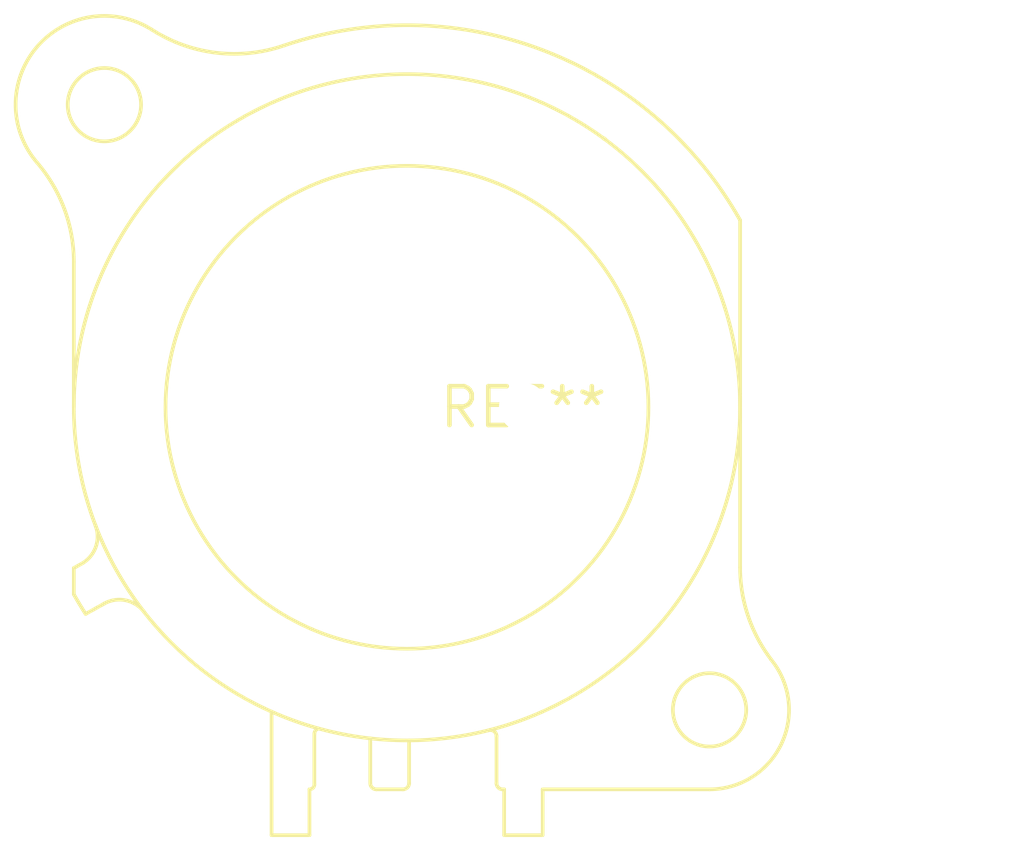
<source format=kicad_pcb>
(kicad_pcb (version 20240108) (generator pcbnew)
  (layers (0 "F.Cu" signal) (31 "B.Cu" signal) (34 "B.Paste" user) (35 "F.Paste" user) (36 "B.SilkS" user "B.Silkscreen") (37 "F.SilkS" user "F.Silkscreen") (38 "B.Mask" user) (39 "F.Mask" user) (44 "Edge.Cuts" user))
  (net 0 "")
  (footprint "Jack_XLR_Neutrik_NC3FAV_Vertical" (layer "F.Cu") (at 0 0)
    (property "Reference" "REF**")
    (property "Value" "Jack_XLR_Neutrik_NC3FAV_Vertical")
    (fp_line (start -14.71 0) (end -14.71 -4.76) (layer "F.SilkS") (stroke (width 0.12)))
    (fp_line (start -14.71 5.26) (end -14.71 6.12) (layer "F.SilkS") (stroke (width 0.12)))
    (fp_line (start -14.44 5.11) (end -14.71 5.26) (layer "F.SilkS") (stroke (width 0.12)))
    (fp_line (start -14.32 6.76) (end -13.71 6.42) (layer "F.SilkS") (stroke (width 0.12)))
    (fp_line (start -8.24 9.96) (end -8.24 14) (layer "F.SilkS") (stroke (width 0.12)))
    (fp_line (start -7 12.5) (end -7 14) (layer "F.SilkS") (stroke (width 0.12)))
    (fp_line (start -7 14) (end -8.24 14) (layer "F.SilkS") (stroke (width 0.12)))
    (fp_line (start -6.84 12.34) (end -6.84 10.69) (layer "F.SilkS") (stroke (width 0.12)))
    (fp_line (start -5.01 10.83) (end -5.01 12.3) (layer "F.SilkS") (stroke (width 0.12)))
    (fp_line (start -3.94 12.5) (end -4.81 12.5) (layer "F.SilkS") (stroke (width 0.12)))
    (fp_line (start -3.74 10.9) (end -3.74 12.3) (layer "F.SilkS") (stroke (width 0.12)))
    (fp_line (start -0.88 12.3) (end -0.88 10.76) (layer "F.SilkS") (stroke (width 0.12)))
    (fp_line (start -0.63 12.5) (end -0.68 12.5) (layer "F.SilkS") (stroke (width 0.12)))
    (fp_line (start -0.63 12.5) (end -0.63 14) (layer "F.SilkS") (stroke (width 0.12)))
    (fp_line (start 0.62 14) (end -0.63 14) (layer "F.SilkS") (stroke (width 0.12)))
    (fp_line (start 0.63 12.5) (end 6.09 12.5) (layer "F.SilkS") (stroke (width 0.12)))
    (fp_line (start 0.63 14) (end 0.63 12.5) (layer "F.SilkS") (stroke (width 0.12)))
    (fp_line (start 7.09 5.24) (end 7.09 -6.12) (layer "F.SilkS") (stroke (width 0.12)))
    (fp_arc (start -15.908829 -8.000856) (mid -15.019313 -6.48774) (end -14.71 -4.76) (layer "F.SilkS") (stroke (width 0.12)))
    (fp_arc (start -15.908236 -8.001617) (mid -15.907486 -11.799251) (end -12.15 -12.35) (layer "F.SilkS") (stroke (width 0.12)))
    (fp_arc (start -14.32314 6.763008) (mid -14.521396 6.444407) (end -14.71 6.12) (layer "F.SilkS") (stroke (width 0.12)))
    (fp_arc (start -14.004283 3.855674) (mid -13.989213 4.56375) (end -14.44 5.11) (layer "F.SilkS") (stroke (width 0.12)))
    (fp_arc (start -13.71 6.42) (mid -13.01025 6.315915) (end -12.412202 6.693832) (layer "F.SilkS") (stroke (width 0.12)))
    (fp_arc (start -7.848035 -11.831177) (mid -10.058192 -11.599923) (end -12.15 -12.35) (layer "F.SilkS") (stroke (width 0.12)))
    (fp_arc (start -7.841153 -11.83276) (mid 0.657009 -11.675197) (end 7.09 -6.12) (layer "F.SilkS") (stroke (width 0.12)))
    (fp_arc (start -6.84 10.69) (mid -6.803713 10.578321) (end -6.708713 10.509299) (layer "F.SilkS") (stroke (width 0.12)))
    (fp_arc (start -6.84 12.34) (mid -6.886863 12.453137) (end -7 12.5) (layer "F.SilkS") (stroke (width 0.12)))
    (fp_arc (start -4.81 12.5) (mid -4.951421 12.441421) (end -5.01 12.3) (layer "F.SilkS") (stroke (width 0.12)))
    (fp_arc (start -3.74 12.3) (mid -3.798579 12.441421) (end -3.94 12.5) (layer "F.SilkS") (stroke (width 0.12)))
    (fp_arc (start -1.1294 10.566197) (mid -0.957281 10.602076) (end -0.88 10.76) (layer "F.SilkS") (stroke (width 0.12)))
    (fp_arc (start -0.68 12.5) (mid -0.821421 12.441421) (end -0.88 12.3) (layer "F.SilkS") (stroke (width 0.12)))
    (fp_arc (start 2.636924 -8.782671) (mid 2.628394 -8.791269) (end 2.62 -8.8) (layer "F.SilkS") (stroke (width 0.12)))
    (fp_arc (start 2.680052 -8.767734) (mid 2.65973 -8.7835) (end 2.64 -8.8) (layer "F.SilkS") (stroke (width 0.12)))
    (fp_arc (start 8.095865 8.245761) (mid 8.441704 11.008824) (end 6.09 12.5) (layer "F.SilkS") (stroke (width 0.12)))
    (fp_arc (start 8.098032 8.243976) (mid 7.348729 6.824298) (end 7.09 5.24) (layer "F.SilkS") (stroke (width 0.12)))
    (fp_circle (center -13.71 -9.9) (end -12.51 -9.9) (layer "F.SilkS") (stroke (width 0.12)) (fill none))
    (fp_circle (center -3.81 0) (end 4.09 0) (layer "F.SilkS") (stroke (width 0.12)) (fill none))
    (fp_circle (center -3.81 0) (end 7.09 0) (layer "F.SilkS") (stroke (width 0.12)) (fill none))
    (fp_circle (center 6.09 9.9) (end 7.29 9.9) (layer "F.SilkS") (stroke (width 0.12)) (fill none))
    (pad "1" thru_hole circle (at 0 0) (size 3.4 3.4) (drill 1.6) (layers *.Cu *.Mask) (remove_unused_layers))
    (pad "2" thru_hole circle (at -7.62 0) (size 3.4 3.4) (drill 1.6) (layers *.Cu *.Mask) (remove_unused_layers))
    (pad "3" thru_hole circle (at -3.81 4.45) (size 2.9 2.9) (drill 1.2) (layers *.Cu *.Mask) (remove_unused_layers))
  )
)
</source>
